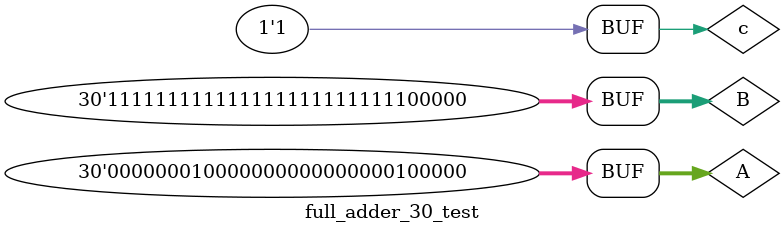
<source format=v>
`timescale 1ns/10ps

module full_adder_30_test;
    reg [29:0] A, B;
    reg c;
    wire [29:0] out30;

    full_adder_30 fa30(A, B, c, out30);

    initial
        begin 
            c = 0;
            A = 30'h00400020;
            B = 30'h00000001;
            #10;

            A = 30'h00400020;
            B = 30'h00000001;
            
            #10;

            A = 30'h00400020;
            B = 30'h00004000;
            c = 1;
            #10;

            A = 30'h00400020;
            B = -30'h00000020;
            #10;
        
        end


endmodule
</source>
